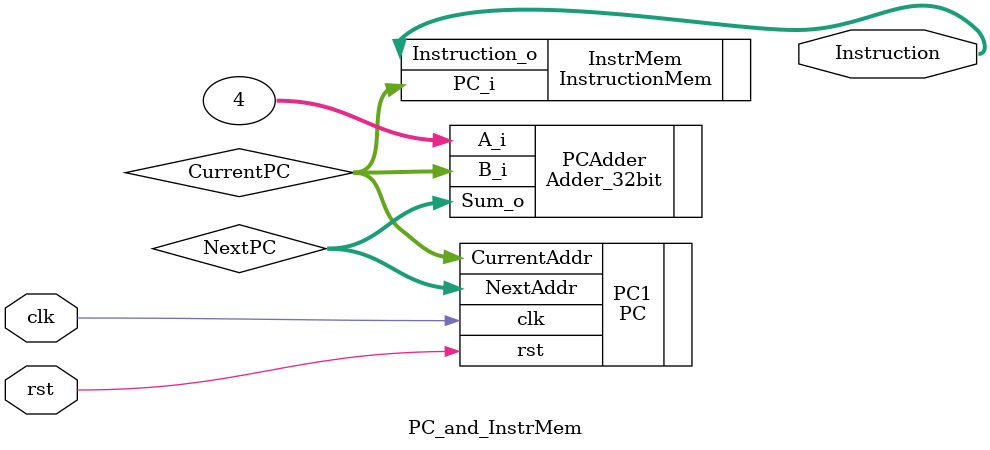
<source format=v>
`include "PC.v"
`include "InstructionMem.v"
`include "32bit_Adder.v"

module PC_and_InstrMem (
    input clk,
    input rst,
    output [31:0] Instruction
    );

    wire [31:0] CurrentPC, NextPC;

    Adder_32bit PCAdder (
        .A_i (32'd4),
        .B_i (CurrentPC),
        .Sum_o (NextPC)
    );

    PC PC1 (
        .clk (clk),
        .rst (rst),
        .CurrentAddr (CurrentPC),
        .NextAddr (NextPC)
    );

    InstructionMem InstrMem (
        .PC_i (CurrentPC),
        .Instruction_o (Instruction)
    );

endmodule

</source>
